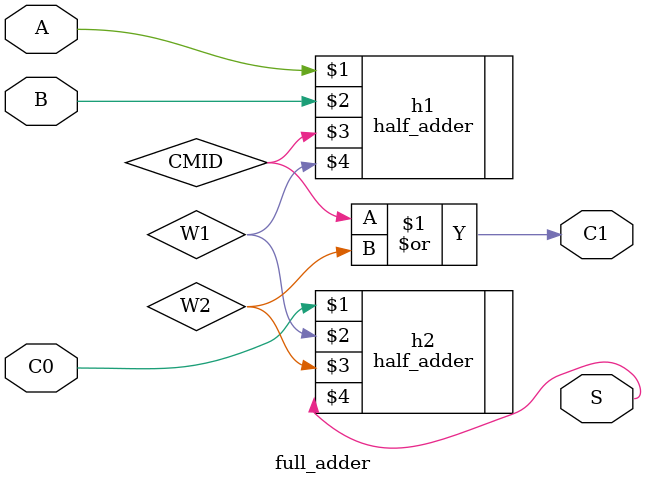
<source format=v>
`include "half_adder.v"
module full_adder(input A, input B, input C0, output C1, output S);
  wire CMID;
  half_adder h1(A, B, CMID, W1);
  half_adder h2(C0, W1,  W2, S);
  or o1(C1, CMID, W2);
endmodule

</source>
